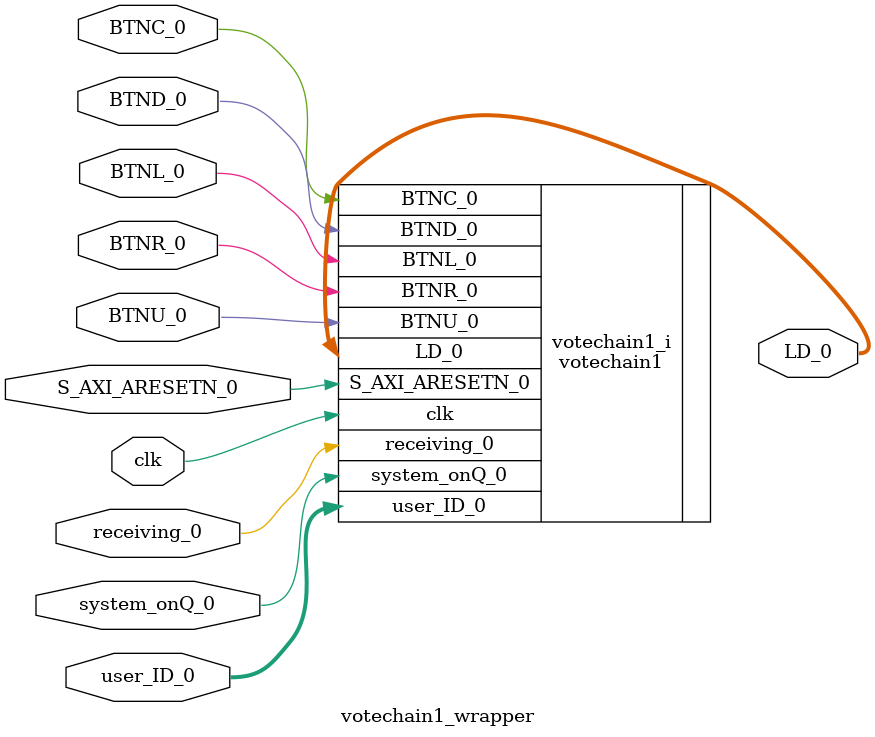
<source format=v>
`timescale 1 ps / 1 ps

module votechain1_wrapper
   (BTNC_0,
    BTND_0,
    BTNL_0,
    BTNR_0,
    BTNU_0,
    LD_0,
    S_AXI_ARESETN_0,
    clk,
    receiving_0,
    system_onQ_0,
    user_ID_0);
  input BTNC_0;
  input BTND_0;
  input BTNL_0;
  input BTNR_0;
  input BTNU_0;
  output [7:0]LD_0;
  input S_AXI_ARESETN_0;
  input clk;
  input receiving_0;
  input system_onQ_0;
  input [7:0]user_ID_0;

  wire BTNC_0;
  wire BTND_0;
  wire BTNL_0;
  wire BTNR_0;
  wire BTNU_0;
  wire [7:0]LD_0;
  wire S_AXI_ARESETN_0;
  wire clk;
  wire receiving_0;
  wire system_onQ_0;
  wire [7:0]user_ID_0;

  votechain1 votechain1_i
       (.BTNC_0(BTNC_0),
        .BTND_0(BTND_0),
        .BTNL_0(BTNL_0),
        .BTNR_0(BTNR_0),
        .BTNU_0(BTNU_0),
        .LD_0(LD_0),
        .S_AXI_ARESETN_0(S_AXI_ARESETN_0),
        .clk(clk),
        .receiving_0(receiving_0),
        .system_onQ_0(system_onQ_0),
        .user_ID_0(user_ID_0));
endmodule

</source>
